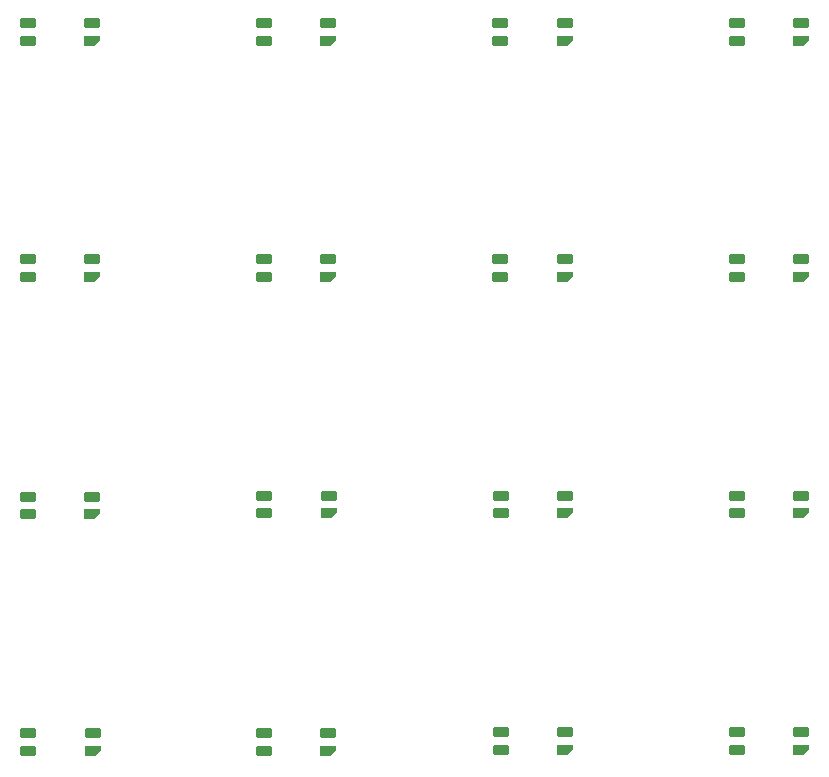
<source format=gbr>
%TF.GenerationSoftware,KiCad,Pcbnew,(6.0.4)*%
%TF.CreationDate,2022-05-01T23:44:28+08:00*%
%TF.ProjectId,RP2040_16Key_ili9341_LCD_keypad,52503230-3430-45f3-9136-4b65795f696c,rev?*%
%TF.SameCoordinates,Original*%
%TF.FileFunction,Paste,Bot*%
%TF.FilePolarity,Positive*%
%FSLAX46Y46*%
G04 Gerber Fmt 4.6, Leading zero omitted, Abs format (unit mm)*
G04 Created by KiCad (PCBNEW (6.0.4)) date 2022-05-01 23:44:28*
%MOMM*%
%LPD*%
G01*
G04 APERTURE LIST*
G04 Aperture macros list*
%AMRoundRect*
0 Rectangle with rounded corners*
0 $1 Rounding radius*
0 $2 $3 $4 $5 $6 $7 $8 $9 X,Y pos of 4 corners*
0 Add a 4 corners polygon primitive as box body*
4,1,4,$2,$3,$4,$5,$6,$7,$8,$9,$2,$3,0*
0 Add four circle primitives for the rounded corners*
1,1,$1+$1,$2,$3*
1,1,$1+$1,$4,$5*
1,1,$1+$1,$6,$7*
1,1,$1+$1,$8,$9*
0 Add four rect primitives between the rounded corners*
20,1,$1+$1,$2,$3,$4,$5,0*
20,1,$1+$1,$4,$5,$6,$7,0*
20,1,$1+$1,$6,$7,$8,$9,0*
20,1,$1+$1,$8,$9,$2,$3,0*%
%AMFreePoly0*
4,1,18,-0.410000,0.593000,-0.403758,0.624380,-0.385983,0.650983,-0.359380,0.668758,-0.328000,0.675000,0.328000,0.675000,0.359380,0.668758,0.385983,0.650983,0.403758,0.624380,0.410000,0.593000,0.410000,-0.593000,0.403758,-0.624380,0.385983,-0.650983,0.359380,-0.668758,0.328000,-0.675000,0.000000,-0.675000,-0.410000,-0.265000,-0.410000,0.593000,-0.410000,0.593000,$1*%
G04 Aperture macros list end*
%ADD10RoundRect,0.082000X0.593000X-0.328000X0.593000X0.328000X-0.593000X0.328000X-0.593000X-0.328000X0*%
%ADD11FreePoly0,90.000000*%
G04 APERTURE END LIST*
D10*
%TO.C,LED8*%
X119961667Y-120590000D03*
X119961667Y-122090000D03*
X125411667Y-120590000D03*
D11*
X125411667Y-122090000D03*
%TD*%
D10*
%TO.C,LED5*%
X59921667Y-120590000D03*
X59921667Y-122090000D03*
X65371667Y-120590000D03*
D11*
X65371667Y-122090000D03*
%TD*%
D10*
%TO.C,LED11*%
X99961667Y-140590000D03*
X99961667Y-142090000D03*
X105411667Y-140590000D03*
D11*
X105411667Y-142090000D03*
%TD*%
D10*
%TO.C,LED6*%
X79935000Y-120590000D03*
X79935000Y-122090000D03*
X85385000Y-120590000D03*
D11*
X85385000Y-122090000D03*
%TD*%
D10*
%TO.C,LED2*%
X79935000Y-100590000D03*
X79935000Y-102090000D03*
X85385000Y-100590000D03*
D11*
X85385000Y-102090000D03*
%TD*%
D10*
%TO.C,LED10*%
X79961667Y-140590000D03*
X79961667Y-142090000D03*
X85411667Y-140590000D03*
D11*
X85411667Y-142090000D03*
%TD*%
D10*
%TO.C,LED1*%
X59921667Y-100590000D03*
X59921667Y-102090000D03*
X65371667Y-100590000D03*
D11*
X65371667Y-102090000D03*
%TD*%
D10*
%TO.C,LED3*%
X99948333Y-100590000D03*
X99948333Y-102090000D03*
X105398333Y-100590000D03*
D11*
X105398333Y-102090000D03*
%TD*%
D10*
%TO.C,LED12*%
X119961667Y-140590000D03*
X119961667Y-142090000D03*
X125411667Y-140590000D03*
D11*
X125411667Y-142090000D03*
%TD*%
D10*
%TO.C,LED14*%
X79921667Y-160670000D03*
X79921667Y-162170000D03*
X85371667Y-160670000D03*
D11*
X85371667Y-162170000D03*
%TD*%
D10*
%TO.C,LED9*%
X59921667Y-140670000D03*
X59921667Y-142170000D03*
X65371667Y-140670000D03*
D11*
X65371667Y-142170000D03*
%TD*%
D10*
%TO.C,LED15*%
X99961667Y-160590000D03*
X99961667Y-162090000D03*
X105411667Y-160590000D03*
D11*
X105411667Y-162090000D03*
%TD*%
D10*
%TO.C,LED13*%
X59961667Y-160670000D03*
X59961667Y-162170000D03*
X65411667Y-160670000D03*
D11*
X65411667Y-162170000D03*
%TD*%
D10*
%TO.C,LED7*%
X99948333Y-120590000D03*
X99948333Y-122090000D03*
X105398333Y-120590000D03*
D11*
X105398333Y-122090000D03*
%TD*%
D10*
%TO.C,LED4*%
X119961667Y-100590000D03*
X119961667Y-102090000D03*
X125411667Y-100590000D03*
D11*
X125411667Y-102090000D03*
%TD*%
D10*
%TO.C,LED16*%
X119961667Y-160590000D03*
X119961667Y-162090000D03*
X125411667Y-160590000D03*
D11*
X125411667Y-162090000D03*
%TD*%
M02*

</source>
